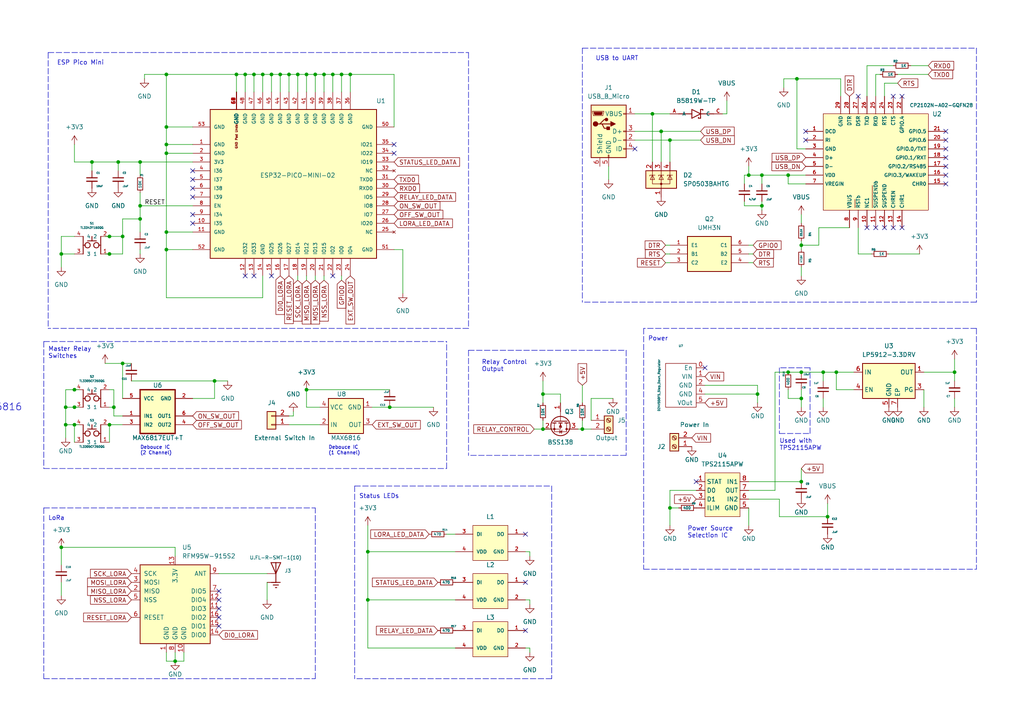
<source format=kicad_sch>
(kicad_sch (version 20211123) (generator eeschema)
  (paper "A4")
  (title_block (title "Kill Switch - Remote") (date "2023-01-18") (rev "1.0") (company "Created by: Greg Hulette") (comment 1 "- LoRa to WiFi Bridge") (comment 2 "- Buttons for Master Relay") (comment 3 "- Creates WiFi Network"))
  (junction (at 220.98 59.69))
  (junction (at 113.03 118.11))
  (junction (at 76.2 21.59))
  (junction (at 168.91 124.46))
  (junction (at 33.02 118.11))
  (junction (at 232.41 139.7))
  (junction (at 19.05 123.19))
  (junction (at 88.9 21.59))
  (junction (at 157.48 114.3))
  (junction (at 232.41 115.57))
  (junction (at 240.03 149.86))
  (junction (at 48.26 21.59))
  (junction (at 21.59 123.19))
  (junction (at 99.06 21.59))
  (junction (at 21.59 113.03))
  (junction (at 228.6 107.95))
  (junction (at 232.41 71.12))
  (junction (at 228.6 50.8))
  (junction (at 48.26 44.45))
  (junction (at 19.05 118.11))
  (junction (at 88.9 113.03))
  (junction (at 34.29 46.99))
  (junction (at 62.23 110.49))
  (junction (at 93.98 21.59))
  (junction (at 17.78 73.66))
  (junction (at 83.82 21.59))
  (junction (at 48.26 72.39))
  (junction (at 48.26 41.91))
  (junction (at 68.58 21.59))
  (junction (at 231.14 22.86))
  (junction (at 17.78 158.75))
  (junction (at 189.23 33.02))
  (junction (at 71.12 21.59))
  (junction (at 101.6 21.59))
  (junction (at 78.74 21.59))
  (junction (at 48.26 67.31))
  (junction (at 40.64 46.99))
  (junction (at 35.56 68.58))
  (junction (at 31.75 123.19))
  (junction (at 40.64 59.69))
  (junction (at 194.31 40.64))
  (junction (at 86.36 21.59))
  (junction (at 106.68 173.99))
  (junction (at 217.17 50.8))
  (junction (at 35.56 105.41))
  (junction (at 238.76 107.95))
  (junction (at 40.64 63.5))
  (junction (at 73.66 21.59))
  (junction (at 106.68 160.02))
  (junction (at 220.98 50.8))
  (junction (at 242.57 107.95))
  (junction (at 91.44 21.59))
  (junction (at 50.8 191.77))
  (junction (at 191.77 38.1))
  (junction (at 276.86 107.95))
  (junction (at 157.48 124.46))
  (junction (at 81.28 21.59))
  (junction (at 31.75 73.66))
  (junction (at 26.67 46.99))
  (junction (at 48.26 36.83))
  (junction (at 31.75 68.58))
  (junction (at 194.31 147.32))
  (junction (at 21.59 118.11))
  (junction (at 232.41 107.95))
  (junction (at 96.52 21.59))
  (junction (at 219.71 114.3))
  (no_connect (at 259.08 27.94))
  (no_connect (at 204.47 106.68))
  (no_connect (at 152.4 168.91))
  (no_connect (at 63.5 173.99))
  (no_connect (at 63.5 171.45))
  (no_connect (at 63.5 176.53))
  (no_connect (at 63.5 181.61))
  (no_connect (at 63.5 179.07))
  (no_connect (at 201.93 139.7))
  (no_connect (at 55.88 57.15))
  (no_connect (at 55.88 62.23))
  (no_connect (at 55.88 49.53))
  (no_connect (at 55.88 52.07))
  (no_connect (at 55.88 54.61))
  (no_connect (at 71.12 80.01))
  (no_connect (at 55.88 64.77))
  (no_connect (at 114.3 41.91))
  (no_connect (at 96.52 80.01))
  (no_connect (at 73.66 80.01))
  (no_connect (at 78.74 80.01))
  (no_connect (at 114.3 44.45))
  (no_connect (at 152.4 154.94))
  (no_connect (at 152.4 182.88))
  (no_connect (at 248.92 27.94))
  (no_connect (at 233.68 38.1))
  (no_connect (at 233.68 40.64))
  (no_connect (at 261.62 27.94))
  (no_connect (at 256.54 66.04))
  (no_connect (at 254 66.04))
  (no_connect (at 251.46 66.04))
  (no_connect (at 274.32 53.34))
  (no_connect (at 274.32 38.1))
  (no_connect (at 274.32 40.64))
  (no_connect (at 274.32 43.18))
  (no_connect (at 274.32 45.72))
  (no_connect (at 274.32 48.26))
  (no_connect (at 274.32 50.8))
  (no_connect (at 261.62 66.04))
  (no_connect (at 259.08 66.04))
  (no_connect (at 184.15 43.18))
  (polyline (pts (xy 135.89 15.24) (xy 135.89 95.25)))
  (wire (pts (xy 19.05 123.19) (xy 21.59 123.19)))
  (polyline (pts (xy 102.87 140.97) (xy 160.02 140.97)))
  (polyline (pts (xy 226.06 106.68) (xy 226.06 125.73)))
  (wire (pts (xy 62.23 110.49) (xy 62.23 115.57)))
  (wire (pts (xy 193.04 76.2) (xy 194.31 76.2)))
  (wire (pts (xy 228.6 115.57) (xy 232.41 115.57)))
  (wire (pts (xy 19.05 113.03) (xy 19.05 118.11)))
  (wire (pts (xy 157.48 114.3) (xy 157.48 116.84)))
  (wire (pts (xy 238.76 107.95) (xy 242.57 107.95)))
  (wire (pts (xy 35.56 105.41) (xy 35.56 115.57)))
  (wire (pts (xy 40.64 46.99) (xy 34.29 46.99)))
  (wire (pts (xy 38.1 110.49) (xy 62.23 110.49)))
  (wire (pts (xy 55.88 72.39) (xy 48.26 72.39)))
  (wire (pts (xy 215.9 58.42) (xy 215.9 59.69)))
  (wire (pts (xy 106.68 187.96) (xy 132.08 187.96)))
  (wire (pts (xy 204.47 114.3) (xy 219.71 114.3)))
  (wire (pts (xy 254 27.94) (xy 254 21.59)))
  (wire (pts (xy 232.41 135.89) (xy 232.41 139.7)))
  (wire (pts (xy 256.54 27.94) (xy 256.54 24.13)))
  (wire (pts (xy 33.02 120.65) (xy 35.56 120.65)))
  (wire (pts (xy 224.79 107.95) (xy 228.6 107.95)))
  (polyline (pts (xy 12.7 196.85) (xy 91.44 196.85)))
  (wire (pts (xy 217.17 152.4) (xy 217.17 147.32)))
  (wire (pts (xy 48.26 67.31) (xy 55.88 67.31)))
  (wire (pts (xy 71.12 21.59) (xy 71.12 26.67)))
  (polyline (pts (xy 135.89 101.6) (xy 135.89 132.08)))
  (polyline (pts (xy 12.7 99.06) (xy 129.54 99.06)))
  (polyline (pts (xy 168.91 13.97) (xy 283.21 13.97)))
  (wire (pts (xy 17.78 168.91) (xy 17.78 172.72)))
  (wire (pts (xy 220.98 53.34) (xy 220.98 50.8)))
  (wire (pts (xy 93.98 21.59) (xy 96.52 21.59)))
  (wire (pts (xy 17.78 68.58) (xy 17.78 73.66)))
  (wire (pts (xy 113.03 118.11) (xy 125.73 118.11)))
  (wire (pts (xy 88.9 113.03) (xy 113.03 113.03)))
  (wire (pts (xy 218.44 73.66) (xy 217.17 73.66)))
  (wire (pts (xy 40.64 59.69) (xy 40.64 63.5)))
  (wire (pts (xy 232.41 77.47) (xy 232.41 80.01)))
  (wire (pts (xy 55.88 115.57) (xy 62.23 115.57)))
  (wire (pts (xy 237.49 66.04) (xy 237.49 71.12)))
  (wire (pts (xy 209.55 33.02) (xy 210.82 33.02)))
  (wire (pts (xy 48.26 72.39) (xy 48.26 67.31)))
  (wire (pts (xy 48.26 44.45) (xy 48.26 41.91)))
  (wire (pts (xy 86.36 21.59) (xy 86.36 26.67)))
  (wire (pts (xy 48.26 21.59) (xy 48.26 36.83)))
  (wire (pts (xy 53.34 189.23) (xy 53.34 191.77)))
  (wire (pts (xy 240.03 146.05) (xy 240.03 149.86)))
  (wire (pts (xy 194.31 147.32) (xy 194.31 152.4)))
  (wire (pts (xy 194.31 73.66) (xy 193.04 73.66)))
  (wire (pts (xy 189.23 33.02) (xy 189.23 46.99)))
  (polyline (pts (xy 283.21 95.25) (xy 283.21 165.1)))
  (wire (pts (xy 91.44 21.59) (xy 91.44 26.67)))
  (polyline (pts (xy 12.7 135.89) (xy 129.54 135.89)))
  (wire (pts (xy 88.9 21.59) (xy 91.44 21.59)))
  (wire (pts (xy 40.64 46.99) (xy 40.64 50.8)))
  (wire (pts (xy 106.68 173.99) (xy 106.68 187.96)))
  (polyline (pts (xy 283.21 87.63) (xy 168.91 87.63)))
  (wire (pts (xy 217.17 142.24) (xy 224.79 142.24)))
  (wire (pts (xy 48.26 41.91) (xy 55.88 41.91)))
  (wire (pts (xy 35.56 63.5) (xy 35.56 68.58)))
  (polyline (pts (xy 135.89 95.25) (xy 13.97 95.25)))
  (polyline (pts (xy 135.89 101.6) (xy 181.61 101.6)))
  (wire (pts (xy 228.6 50.8) (xy 220.98 50.8)))
  (wire (pts (xy 85.09 120.65) (xy 83.82 120.65)))
  (wire (pts (xy 168.91 124.46) (xy 171.45 124.46)))
  (wire (pts (xy 21.59 41.91) (xy 21.59 46.99)))
  (wire (pts (xy 201.93 142.24) (xy 194.31 142.24)))
  (wire (pts (xy 153.67 161.29) (xy 153.67 160.02)))
  (wire (pts (xy 215.9 59.69) (xy 220.98 59.69)))
  (wire (pts (xy 30.48 73.66) (xy 31.75 73.66)))
  (polyline (pts (xy 91.44 196.85) (xy 91.44 147.32)))
  (wire (pts (xy 276.86 118.11) (xy 276.86 115.57)))
  (polyline (pts (xy 186.69 95.25) (xy 186.69 165.1)))
  (wire (pts (xy 264.16 19.05) (xy 269.24 19.05)))
  (wire (pts (xy 220.98 58.42) (xy 220.98 59.69)))
  (polyline (pts (xy 12.7 147.32) (xy 91.44 147.32)))
  (wire (pts (xy 232.41 71.12) (xy 232.41 72.39)))
  (wire (pts (xy 55.88 46.99) (xy 40.64 46.99)))
  (wire (pts (xy 86.36 21.59) (xy 88.9 21.59)))
  (wire (pts (xy 26.67 46.99) (xy 21.59 46.99)))
  (wire (pts (xy 162.56 116.84) (xy 162.56 114.3)))
  (wire (pts (xy 62.23 110.49) (xy 66.04 110.49)))
  (wire (pts (xy 17.78 73.66) (xy 21.59 73.66)))
  (wire (pts (xy 73.66 21.59) (xy 76.2 21.59)))
  (wire (pts (xy 153.67 173.99) (xy 152.4 173.99)))
  (polyline (pts (xy 168.91 13.97) (xy 168.91 87.63)))
  (wire (pts (xy 91.44 81.28) (xy 91.44 80.01)))
  (wire (pts (xy 83.82 21.59) (xy 86.36 21.59)))
  (wire (pts (xy 48.26 21.59) (xy 68.58 21.59)))
  (wire (pts (xy 176.53 48.26) (xy 176.53 52.07)))
  (wire (pts (xy 107.95 118.11) (xy 113.03 118.11)))
  (wire (pts (xy 132.08 160.02) (xy 106.68 160.02)))
  (wire (pts (xy 92.71 118.11) (xy 88.9 118.11)))
  (wire (pts (xy 71.12 21.59) (xy 73.66 21.59)))
  (wire (pts (xy 132.08 154.94) (xy 129.54 154.94)))
  (wire (pts (xy 77.47 168.91) (xy 77.47 173.99)))
  (wire (pts (xy 40.64 72.39) (xy 40.64 73.66)))
  (wire (pts (xy 233.68 50.8) (xy 228.6 50.8)))
  (wire (pts (xy 53.34 191.77) (xy 50.8 191.77)))
  (wire (pts (xy 247.65 113.03) (xy 242.57 113.03)))
  (wire (pts (xy 220.98 59.69) (xy 220.98 60.96)))
  (polyline (pts (xy 12.7 147.32) (xy 12.7 196.85)))
  (wire (pts (xy 17.78 158.75) (xy 17.78 163.83)))
  (wire (pts (xy 88.9 81.28) (xy 88.9 80.01)))
  (wire (pts (xy 184.15 40.64) (xy 194.31 40.64)))
  (wire (pts (xy 227.33 22.86) (xy 227.33 25.4)))
  (wire (pts (xy 40.64 55.88) (xy 40.64 59.69)))
  (wire (pts (xy 219.71 114.3) (xy 219.71 116.84)))
  (wire (pts (xy 83.82 123.19) (xy 92.71 123.19)))
  (polyline (pts (xy 181.61 132.08) (xy 135.89 132.08)))
  (wire (pts (xy 50.8 189.23) (xy 50.8 191.77)))
  (wire (pts (xy 81.28 21.59) (xy 83.82 21.59)))
  (wire (pts (xy 238.76 110.49) (xy 238.76 107.95)))
  (wire (pts (xy 22.86 113.03) (xy 21.59 113.03)))
  (wire (pts (xy 194.31 147.32) (xy 196.85 147.32)))
  (wire (pts (xy 48.26 189.23) (xy 48.26 191.77)))
  (wire (pts (xy 237.49 71.12) (xy 232.41 71.12)))
  (wire (pts (xy 267.97 107.95) (xy 276.86 107.95)))
  (wire (pts (xy 101.6 26.67) (xy 101.6 21.59)))
  (wire (pts (xy 76.2 80.01) (xy 76.2 86.36)))
  (wire (pts (xy 31.75 118.11) (xy 33.02 118.11)))
  (wire (pts (xy 194.31 40.64) (xy 194.31 46.99)))
  (wire (pts (xy 48.26 191.77) (xy 50.8 191.77)))
  (wire (pts (xy 17.78 73.66) (xy 17.78 77.47)))
  (wire (pts (xy 31.75 113.03) (xy 33.02 113.03)))
  (wire (pts (xy 210.82 29.21) (xy 210.82 33.02)))
  (wire (pts (xy 167.64 124.46) (xy 168.91 124.46)))
  (wire (pts (xy 76.2 26.67) (xy 76.2 21.59)))
  (wire (pts (xy 26.67 46.99) (xy 26.67 49.53)))
  (wire (pts (xy 217.17 76.2) (xy 218.44 76.2)))
  (wire (pts (xy 231.14 22.86) (xy 227.33 22.86)))
  (wire (pts (xy 219.71 111.76) (xy 219.71 114.3)))
  (wire (pts (xy 86.36 81.28) (xy 86.36 80.01)))
  (wire (pts (xy 157.48 124.46) (xy 160.02 124.46)))
  (wire (pts (xy 96.52 21.59) (xy 96.52 26.67)))
  (wire (pts (xy 226.06 144.78) (xy 226.06 149.86)))
  (wire (pts (xy 106.68 173.99) (xy 132.08 173.99)))
  (wire (pts (xy 168.91 121.92) (xy 168.91 124.46)))
  (wire (pts (xy 194.31 142.24) (xy 194.31 147.32)))
  (wire (pts (xy 68.58 21.59) (xy 68.58 26.67)))
  (wire (pts (xy 35.56 105.41) (xy 38.1 105.41)))
  (wire (pts (xy 153.67 187.96) (xy 152.4 187.96)))
  (wire (pts (xy 106.68 152.4) (xy 106.68 160.02)))
  (wire (pts (xy 232.41 107.95) (xy 238.76 107.95)))
  (wire (pts (xy 228.6 107.95) (xy 232.41 107.95)))
  (wire (pts (xy 21.59 123.19) (xy 22.86 123.19)))
  (wire (pts (xy 31.75 123.19) (xy 31.75 128.27)))
  (wire (pts (xy 41.91 21.59) (xy 48.26 21.59)))
  (wire (pts (xy 22.86 118.11) (xy 21.59 118.11)))
  (polyline (pts (xy 226.06 125.73) (xy 234.95 125.73)))
  (wire (pts (xy 242.57 107.95) (xy 247.65 107.95)))
  (wire (pts (xy 233.68 53.34) (xy 228.6 53.34)))
  (wire (pts (xy 224.79 107.95) (xy 224.79 142.24)))
  (wire (pts (xy 48.26 86.36) (xy 48.26 72.39)))
  (wire (pts (xy 33.02 118.11) (xy 33.02 120.65)))
  (wire (pts (xy 276.86 104.14) (xy 276.86 107.95)))
  (wire (pts (xy 34.29 46.99) (xy 34.29 49.53)))
  (wire (pts (xy 19.05 123.19) (xy 19.05 127)))
  (polyline (pts (xy 160.02 140.97) (xy 160.02 196.85)))
  (polyline (pts (xy 181.61 101.6) (xy 181.61 132.08)))
  (wire (pts (xy 184.15 33.02) (xy 189.23 33.02)))
  (wire (pts (xy 232.41 139.7) (xy 217.17 139.7)))
  (wire (pts (xy 99.06 21.59) (xy 101.6 21.59)))
  (wire (pts (xy 114.3 21.59) (xy 101.6 21.59)))
  (wire (pts (xy 78.74 21.59) (xy 78.74 26.67)))
  (wire (pts (xy 35.56 63.5) (xy 40.64 63.5)))
  (polyline (pts (xy 102.87 140.97) (xy 102.87 196.85)))
  (wire (pts (xy 21.59 123.19) (xy 21.59 128.27)))
  (wire (pts (xy 96.52 21.59) (xy 99.06 21.59)))
  (wire (pts (xy 226.06 149.86) (xy 240.03 149.86)))
  (wire (pts (xy 116.84 72.39) (xy 116.84 85.09)))
  (wire (pts (xy 191.77 38.1) (xy 191.77 46.99)))
  (wire (pts (xy 153.67 160.02) (xy 152.4 160.02)))
  (polyline (pts (xy 129.54 135.89) (xy 129.54 99.06)))
  (wire (pts (xy 233.68 43.18) (xy 231.14 43.18)))
  (wire (pts (xy 31.75 123.19) (xy 35.56 123.19)))
  (polyline (pts (xy 186.69 165.1) (xy 283.21 165.1)))
  (wire (pts (xy 153.67 175.26) (xy 153.67 173.99)))
  (wire (pts (xy 162.56 114.3) (xy 157.48 114.3)))
  (wire (pts (xy 81.28 21.59) (xy 81.28 26.67)))
  (wire (pts (xy 248.92 73.66) (xy 252.73 73.66)))
  (wire (pts (xy 35.56 68.58) (xy 35.56 73.66)))
  (wire (pts (xy 41.91 21.59) (xy 41.91 22.86)))
  (wire (pts (xy 251.46 27.94) (xy 251.46 19.05)))
  (wire (pts (xy 88.9 21.59) (xy 88.9 26.67)))
  (wire (pts (xy 88.9 113.03) (xy 88.9 118.11)))
  (wire (pts (xy 232.41 62.23) (xy 232.41 64.77)))
  (wire (pts (xy 254 21.59) (xy 255.27 21.59)))
  (wire (pts (xy 232.41 113.03) (xy 232.41 115.57)))
  (wire (pts (xy 30.48 105.41) (xy 35.56 105.41)))
  (wire (pts (xy 93.98 21.59) (xy 93.98 26.67)))
  (wire (pts (xy 157.48 110.49) (xy 157.48 114.3)))
  (wire (pts (xy 31.75 68.58) (xy 35.56 68.58)))
  (wire (pts (xy 50.8 161.29) (xy 50.8 158.75)))
  (wire (pts (xy 248.92 66.04) (xy 248.92 73.66)))
  (wire (pts (xy 93.98 81.28) (xy 93.98 80.01)))
  (wire (pts (xy 153.67 189.23) (xy 153.67 187.96)))
  (wire (pts (xy 50.8 158.75) (xy 17.78 158.75)))
  (wire (pts (xy 217.17 48.26) (xy 217.17 50.8)))
  (wire (pts (xy 83.82 21.59) (xy 83.82 26.67)))
  (wire (pts (xy 40.64 59.69) (xy 55.88 59.69)))
  (wire (pts (xy 63.5 166.37) (xy 77.47 166.37)))
  (wire (pts (xy 106.68 160.02) (xy 106.68 173.99)))
  (wire (pts (xy 30.48 68.58) (xy 31.75 68.58)))
  (wire (pts (xy 17.78 68.58) (xy 21.59 68.58)))
  (polyline (pts (xy 283.21 13.97) (xy 283.21 87.63)))
  (wire (pts (xy 243.84 27.94) (xy 243.84 22.86)))
  (wire (pts (xy 232.41 69.85) (xy 232.41 71.12)))
  (wire (pts (xy 215.9 50.8) (xy 217.17 50.8)))
  (wire (pts (xy 48.26 44.45) (xy 55.88 44.45)))
  (polyline (pts (xy 12.7 99.06) (xy 12.7 135.89)))
  (wire (pts (xy 168.91 111.76) (xy 168.91 116.84)))
  (wire (pts (xy 91.44 21.59) (xy 93.98 21.59)))
  (wire (pts (xy 19.05 113.03) (xy 21.59 113.03)))
  (wire (pts (xy 217.17 50.8) (xy 220.98 50.8)))
  (wire (pts (xy 73.66 21.59) (xy 73.66 26.67)))
  (wire (pts (xy 114.3 36.83) (xy 114.3 21.59)))
  (wire (pts (xy 171.45 121.92) (xy 171.45 115.57)))
  (polyline (pts (xy 234.95 106.68) (xy 226.06 106.68)))
  (wire (pts (xy 257.81 73.66) (xy 266.7 73.66)))
  (wire (pts (xy 232.41 115.57) (xy 232.41 118.11)))
  (wire (pts (xy 217.17 144.78) (xy 226.06 144.78)))
  (polyline (pts (xy 283.21 95.25) (xy 186.69 95.25)))
  (wire (pts (xy 40.64 63.5) (xy 40.64 67.31)))
  (wire (pts (xy 55.88 36.83) (xy 48.26 36.83)))
  (wire (pts (xy 189.23 33.02) (xy 194.31 33.02)))
  (wire (pts (xy 154.94 124.46) (xy 157.48 124.46)))
  (wire (pts (xy 184.15 38.1) (xy 191.77 38.1)))
  (wire (pts (xy 85.09 119.38) (xy 85.09 120.65)))
  (wire (pts (xy 78.74 21.59) (xy 81.28 21.59)))
  (wire (pts (xy 48.26 36.83) (xy 48.26 41.91)))
  (polyline (pts (xy 160.02 196.85) (xy 102.87 196.85)))
  (wire (pts (xy 215.9 53.34) (xy 215.9 50.8)))
  (wire (pts (xy 19.05 118.11) (xy 19.05 123.19)))
  (wire (pts (xy 34.29 46.99) (xy 26.67 46.99)))
  (wire (pts (xy 157.48 121.92) (xy 157.48 124.46)))
  (wire (pts (xy 260.35 21.59) (xy 269.24 21.59)))
  (wire (pts (xy 191.77 38.1) (xy 203.2 38.1)))
  (wire (pts (xy 48.26 67.31) (xy 48.26 44.45)))
  (wire (pts (xy 231.14 43.18) (xy 231.14 22.86)))
  (polyline (pts (xy 234.95 125.73) (xy 234.95 106.68)))
  (wire (pts (xy 76.2 21.59) (xy 78.74 21.59)))
  (wire (pts (xy 76.2 86.36) (xy 48.26 86.36)))
  (wire (pts (xy 276.86 110.49) (xy 276.86 107.95)))
  (wire (pts (xy 256.54 24.13) (xy 260.35 24.13)))
  (wire (pts (xy 217.17 71.12) (xy 218.44 71.12)))
  (wire (pts (xy 242.57 113.03) (xy 242.57 107.95)))
  (wire (pts (xy 193.04 71.12) (xy 194.31 71.12)))
  (polyline (pts (xy 13.97 15.24) (xy 135.89 15.24)))
  (wire (pts (xy 228.6 53.34) (xy 228.6 50.8)))
  (wire (pts (xy 237.49 66.04) (xy 246.38 66.04)))
  (wire (pts (xy 204.47 111.76) (xy 219.71 111.76)))
  (wire (pts (xy 33.02 113.03) (xy 33.02 118.11)))
  (wire (pts (xy 238.76 115.57) (xy 238.76 118.11)))
  (wire (pts (xy 31.75 73.66) (xy 35.56 73.66)))
  (wire (pts (xy 251.46 19.05) (xy 259.08 19.05)))
  (wire (pts (xy 68.58 21.59) (xy 71.12 21.59)))
  (wire (pts (xy 243.84 22.86) (xy 231.14 22.86)))
  (wire (pts (xy 194.31 40.64) (xy 203.2 40.64)))
  (wire (pts (xy 267.97 118.11) (xy 267.97 113.03)))
  (wire (pts (xy 99.06 80.01) (xy 99.06 81.28)))
  (wire (pts (xy 99.06 21.59) (xy 99.06 26.67)))
  (wire (pts (xy 171.45 115.57) (xy 177.8 115.57)))
  (wire (pts (xy 114.3 72.39) (xy 116.84 72.39)))
  (wire (pts (xy 19.05 118.11) (xy 21.59 118.11)))
  (polyline (pts (xy 13.97 15.24) (xy 13.97 95.25)))
  (wire (pts (xy 228.6 113.03) (xy 228.6 115.57)))
  (text "Power" (at 187.96 99.06 0) (effects (font (size 1.27 1.27)) (justify left bottom)))
  (text "Update:\nPart Numbers for MAX6817 and MAX6816\n" (at -57.15 119.38 0) (effects (font (size 2 2)) (justify left bottom)))
  (text "Debouce IC \n(1 Channel)\n" (at 95.25 132.08 0) (effects (font (size 1 1)) (justify left bottom)))
  (text "Debouce IC \n(2 Channel)\n" (at 40.64 132.08 0) (effects (font (size 1 1)) (justify left bottom)))
  (text "ESP Pico Mini" (at 16.51 19.05 0) (effects (font (size 1.27 1.27)) (justify left bottom)))
  (text "Relay Control\nOutput" (at 139.7 107.95 0) (effects (font (size 1.27 1.27)) (justify left bottom)))
  (text "Master Relay \nSwitches" (at 13.97 104.14 0) (effects (font (size 1.27 1.27)) (justify left bottom)))
  (text "LoRa" (at 13.97 151.13 0) (effects (font (size 1.27 1.27)) (justify left bottom)))
  (text "Power Source \nSelection IC" (at 199.39 156.21 0) (effects (font (size 1.27 1.27)) (justify left bottom)))
  (text "Status LEDs" (at 104.14 144.78 0) (effects (font (size 1.27 1.27)) (justify left bottom)))
  (text "Used with \nTPS2115APW" (at 226.06 130.81 0) (effects (font (size 1.27 1.27)) (justify left bottom)))
  (text "USB to UART" (at 172.72 17.78 0) (effects (font (size 1.27 1.27)) (justify left bottom)))
  (label "RESET" (at 41.91 59.69 0))
  (global_label "+5V" (shape input) (at 201.93 144.78 180) (property "Intersheet References" "${INTERSHEET_REFS}" (effects hide)))
  (global_label "SCK_LORA" (shape input) (at 38.1 166.37 180) (property "Intersheet References" "${INTERSHEET_REFS}" (effects hide)))
  (global_label "EXT_SW_OUT" (shape input) (at 101.6 80.01 270) (property "Intersheet References" "${INTERSHEET_REFS}" (effects hide)))
  (global_label "TXD0" (shape input) (at 114.3 52.07 0) (property "Intersheet References" "${INTERSHEET_REFS}" (effects hide)))
  (global_label "+5V" (shape input) (at 168.91 111.76 90) (property "Intersheet References" "${INTERSHEET_REFS}" (effects hide)))
  (global_label "TXD0" (shape input) (at 269.24 21.59 0) (property "Intersheet References" "${INTERSHEET_REFS}" (effects hide)))
  (global_label "DI0_LORA" (shape input) (at 81.28 80.01 270) (property "Intersheet References" "${INTERSHEET_REFS}" (effects hide)))
  (global_label "+5V" (shape input) (at 232.41 135.89 0) (property "Intersheet References" "${INTERSHEET_REFS}" (effects hide)))
  (global_label "GPIO0" (shape input) (at 218.44 71.12 0) (property "Intersheet References" "${INTERSHEET_REFS}" (effects hide)))
  (global_label "EXT_SW_OUT" (shape input) (at 107.95 123.19 0) (property "Intersheet References" "${INTERSHEET_REFS}" (effects hide)))
  (global_label "MOSI_LORA" (shape input) (at 38.1 168.91 180) (property "Intersheet References" "${INTERSHEET_REFS}" (effects hide)))
  (global_label "NSS_LORA" (shape input) (at 38.1 173.99 180) (property "Intersheet References" "${INTERSHEET_REFS}" (effects hide)))
  (global_label "OFF_SW_OUT" (shape input) (at 114.3 62.23 0) (property "Intersheet References" "${INTERSHEET_REFS}" (effects hide)))
  (global_label "LORA_LED_DATA" (shape input) (at 114.3 64.77 0) (property "Intersheet References" "${INTERSHEET_REFS}" (effects hide)))
  (global_label "VIN" (shape input) (at 204.47 109.22 0) (property "Intersheet References" "${INTERSHEET_REFS}" (effects hide)))
  (global_label "RELAY_LED_DATA" (shape input) (at 114.3 57.15 0) (property "Intersheet References" "${INTERSHEET_REFS}" (effects hide)))
  (global_label "MISO_LORA" (shape input) (at 38.1 171.45 180) (property "Intersheet References" "${INTERSHEET_REFS}" (effects hide)))
  (global_label "RTS" (shape input) (at 218.44 76.2 0) (property "Intersheet References" "${INTERSHEET_REFS}" (effects hide)))
  (global_label "DTR" (shape input) (at 193.04 71.12 180) (property "Intersheet References" "${INTERSHEET_REFS}" (effects hide)))
  (global_label "GPIO0" (shape input) (at 99.06 81.28 270) (property "Intersheet References" "${INTERSHEET_REFS}" (effects hide)))
  (global_label "USB_DP" (shape input) (at 203.2 38.1 0) (property "Intersheet References" "${INTERSHEET_REFS}" (effects hide)))
  (global_label "OFF_SW_OUT" (shape input) (at 55.88 123.19 0) (property "Intersheet References" "${INTERSHEET_REFS}" (effects hide)))
  (global_label "USB_DN" (shape input) (at 233.68 48.26 180) (property "Intersheet References" "${INTERSHEET_REFS}" (effects hide)))
  (global_label "RESET_LORA" (shape input) (at 38.1 179.07 180) (property "Intersheet References" "${INTERSHEET_REFS}" (effects hide)))
  (global_label "USB_DN" (shape input) (at 203.2 40.64 0) (property "Intersheet References" "${INTERSHEET_REFS}" (effects hide)))
  (global_label "STATUS_LED_DATA" (shape input) (at 127 168.91 180) (property "Intersheet References" "${INTERSHEET_REFS}" (effects hide)))
  (global_label "VIN" (shape input) (at 200.66 127 0) (property "Intersheet References" "${INTERSHEET_REFS}" (effects hide)))
  (global_label "MISO_LORA" (shape input) (at 88.9 81.28 270) (property "Intersheet References" "${INTERSHEET_REFS}" (effects hide)))
  (global_label "LORA_LED_DATA" (shape input) (at 124.46 154.94 180) (property "Intersheet References" "${INTERSHEET_REFS}" (effects hide)))
  (global_label "RTS" (shape input) (at 193.04 73.66 180) (property "Intersheet References" "${INTERSHEET_REFS}" (effects hide)))
  (global_label "RXD0" (shape input) (at 114.3 54.61 0) (property "Intersheet References" "${INTERSHEET_REFS}" (effects hide)))
  (global_label "DTR" (shape input) (at 218.44 73.66 0) (property "Intersheet References" "${INTERSHEET_REFS}" (effects hide)))
  (global_label "RESET_LORA" (shape input) (at 83.82 80.01 270) (property "Intersheet References" "${INTERSHEET_REFS}" (effects hide)))
  (global_label "STATUS_LED_DATA" (shape input) (at 114.3 46.99 0) (property "Intersheet References" "${INTERSHEET_REFS}" (effects hide)))
  (global_label "ON_SW_OUT" (shape input) (at 55.88 120.65 0) (property "Intersheet References" "${INTERSHEET_REFS}" (effects hide)))
  (global_label "RELAY_LED_DATA" (shape input) (at 127 182.88 180) (property "Intersheet References" "${INTERSHEET_REFS}" (effects hide)))
  (global_label "ON_SW_OUT" (shape input) (at 114.3 59.69 0) (property "Intersheet References" "${INTERSHEET_REFS}" (effects hide)))
  (global_label "RESET" (shape input) (at 193.04 76.2 180) (property "Intersheet References" "${INTERSHEET_REFS}" (effects hide)))
  (global_label "+5V" (shape input) (at 204.47 116.84 0) (property "Intersheet References" "${INTERSHEET_REFS}" (effects hide)))
  (global_label "RXD0" (shape input) (at 269.24 19.05 0) (property "Intersheet References" "${INTERSHEET_REFS}" (effects hide)))
  (global_label "RTS" (shape input) (at 260.35 24.13 0) (property "Intersheet References" "${INTERSHEET_REFS}" (effects hide)))
  (global_label "SCK_LORA" (shape input) (at 86.36 81.28 270) (property "Intersheet References" "${INTERSHEET_REFS}" (effects hide)))
  (global_label "DTR" (shape input) (at 246.38 27.94 90) (property "Intersheet References" "${INTERSHEET_REFS}" (effects hide)))
  (global_label "USB_DP" (shape input) (at 233.68 45.72 180) (property "Intersheet References" "${INTERSHEET_REFS}" (effects hide)))
  (global_label "NSS_LORA" (shape input) (at 93.98 81.28 270) (property "Intersheet References" "${INTERSHEET_REFS}" (effects hide)))
  (global_label "MOSI_LORA" (shape input) (at 91.44 81.28 270) (property "Intersheet References" "${INTERSHEET_REFS}" (effects hide)))
  (global_label "DI0_LORA" (shape input) (at 63.5 184.15 0) (property "Intersheet References" "${INTERSHEET_REFS}" (effects hide)))
  (global_label "RELAY_CONTROL" (shape input) (at 154.94 124.46 180) (property "Intersheet References" "${INTERSHEET_REFS}" (effects hide)))
  (symbol (lib_id "power:GND") (at 41.91 22.86 0) (unit 1)
    (property "Reference" "#PWR0136" (effects hide))
    (property "Value" "GND" (at 41.91 27.94 0))
  )
  (symbol (lib_id "power:GND") (at 217.17 152.4 0) (unit 1)
    (property "Reference" "#PWR0110" (effects hide))
    (property "Value" "GND" (at 217.17 156.21 0))
  )
  (symbol (lib_id "Custom:TL3342F160QG") (at 26.67 125.73 0) (unit 1)
    (property "Reference" "S3" (at 26.67 121.92 0) (effects (font (size 0.6 0.6))))
    (property "Value" "TL3305CF260QG" (at 26.67 129.54 0) (effects (font (size 0.6 0.6))))
    (property "Footprint" "Custom:TL3305CF260QG" (effects hide))
    (property "Datasheet" "https://sten-eswitch-13110800-production.s3.amazonaws.com/system/asset/product_line/data_sheet/213/TL3305.pdf" (effects hide))
    (property "MANUFACTURER" "E SWITCH" (effects hide))
    (property "Manufacturers Name" "E-Switch" (effects hide))
    (property "Manufacturers Part Number" "TL3305CF260QG" (effects hide))
    (property "Digikey Part Number" "EG5355CT-ND" (effects hide))
    (property "Mouser Part Number" "612-TL3305CF260QG" (effects hide))
    (property "LCSC" "C2886904" (effects hide))
  )
  (symbol (lib_id "power:GND") (at 227.33 25.4 0) (unit 1)
    (property "Reference" "#PWR0108" (effects hide))
    (property "Value" "GND" (at 227.33 30.48 0))
  )
  (symbol (lib_id "LED:WS2812B-2020") (at 142.24 157.48 0) (unit 1)
    (property "Reference" "L1" (at 142.24 149.86 0))
    (property "Value" "WS2812B-2020" (effects hide))
    (property "Footprint" "Custom:WS2812B-2020" (effects hide))
    (property "Manufacturers Name" "Worldsemi/Adafruit" (effects hide))
    (property "Manufacturers Part Number" "WS2812B-2020/4684" (effects hide))
    (property "Digikey Part Number" "1528-4684-ND" (effects hide))
    (property "Mouser Part Number" "485-4684" (effects hide))
    (property "LCSC" "C965555" (effects hide))
  )
  (symbol (lib_id "Device:C_Small") (at 40.64 69.85 0) (unit 1)
    (property "Reference" "C3" (at 41.91 67.9513 0) (effects (font (size 0.5 0.5)) (justify left)))
    (property "Value" ".1uF" (at 41.91 71.7613 0) (effects (font (size 0.5 0.5)) (justify left)))
    (property "Footprint" "Capacitor_SMD:C_0603_1608Metric" (effects hide))
    (property "Datasheet" "https://www.we-online.com/katalog/datasheet/885012206020.pdf" (effects hide))
    (property "Manufacturers Name" "Würth Elektronik" (effects hide))
    (property "Manufacturers Part Number" "885012206020" (effects hide))
    (property "Digikey Part Number" "732-7939-1-ND" (effects hide))
    (property "Mouser Part Number" "710-885012206020 " (effects hide))
    (property "LCSC" "-----" (effects hide))
  )
  (symbol (lib_id "power:GND") (at 220.98 60.96 0) (unit 1)
    (property "Reference" "#PWR0105" (effects hide))
    (property "Value" "GND" (at 220.98 64.77 0))
  )
  (symbol (lib_id "Device:C_Small") (at 220.98 55.88 0) (unit 1)
    (property "Reference" "C5" (at 222.25 53.9813 0) (effects (font (size 0.5 0.5)) (justify left)))
    (property "Value" ".1uF" (at 222.25 57.7913 0) (effects (font (size 0.5 0.5)) (justify left)))
    (property "Footprint" "Capacitor_SMD:C_0603_1608Metric" (effects hide))
    (property "Datasheet" "https://www.we-online.com/katalog/datasheet/885012206020.pdf" (effects hide))
    (property "Manufacturers Name" "Würth Elektronik" (effects hide))
    (property "Manufacturers Part Number" "885012206020" (effects hide))
    (property "Digikey Part Number" "732-7939-1-ND" (effects hide))
    (property "Mouser Part Number" "710-885012206020 " (effects hide))
    (property "LCSC" "-----" (effects hide))
  )
  (symbol (lib_id "Device:R_Small") (at 129.54 182.88 270) (unit 1)
    (property "Reference" "R17" (at 130.8101 181.61 90) (effects (font (size 0.5 0.5)) (justify left)))
    (property "Value" "470" (at 128.2701 182.88 90) (effects (font (size 0.75 0.75)) (justify left)))
    (property "Footprint" "Resistor_SMD:R_0402_1005Metric" (effects hide))
    (property "Datasheet" "https://www.yageo.com/upload/media/product/productsearch/datasheet/rchip/PYu-RC_Group_51_RoHS_L_12.pdf" (effects hide))
    (property "Manufacturers Name" "YAGEO" (effects hide))
    (property "Manufacturers Part Number" "RC0402JR-13220RL" (effects hide))
    (property "Digikey Part Number" "13-RC0402JR-13220RLCT-ND" (effects hide))
    (property "Mouser Part Number" "603-RC0402JR-13220RL " (effects hide))
    (property "LCSC" "C3931306" (effects hide))
  )
  (symbol (lib_id "power:GND") (at 66.04 110.49 0) (unit 1)
    (property "Reference" "#PWR0127" (effects hide))
    (property "Value" "GND" (at 66.04 115.57 0))
  )
  (symbol (lib_id "power:GND") (at 177.8 115.57 0) (unit 1)
    (property "Reference" "#PWR0142" (effects hide))
    (property "Value" "GND" (at 177.8 119.38 0))
  )
  (symbol (lib_id "Regulator_Linear:LP5912-3.3DRV") (at 257.81 110.49 0) (unit 1)
    (property "Reference" "U3" (at 257.81 100.33 0))
    (property "Value" "LP5912-3.3DRV" (at 257.81 102.87 0))
    (property "Footprint" "Package_SON:WSON-6-1EP_2x2mm_P0.65mm_EP1x1.6mm_ThermalVias" (effects hide))
    (property "Datasheet" "http://www.ti.com/lit/ds/symlink/lp5912.pdf" (effects hide))
    (property "Manufacturers Name" "Texas Instruments" (effects hide))
    (property "Manufacturers Part Number" "LP5912Q3.3DRVTQ1" (effects hide))
    (property "Digikey Part Number" "296-48933-1-ND" (effects hide))
    (property "LCSC" "C2876187" (effects hide))
    (property "Mouser Part Number" "595-LP5912Q3.3DRVTQ1" (effects hide))
  )
  (symbol (lib_id "Device:R_Small") (at 129.54 168.91 270) (unit 1)
    (property "Reference" "R16" (at 130.8101 167.64 90) (effects (font (size 0.5 0.5)) (justify left)))
    (property "Value" "470" (at 128.2701 168.91 90) (effects (font (size 0.75 0.75)) (justify left)))
    (property "Footprint" "Resistor_SMD:R_0402_1005Metric" (effects hide))
    (property "Datasheet" "https://www.yageo.com/upload/media/product/productsearch/datasheet/rchip/PYu-RC_Group_51_RoHS_L_12.pdf" (effects hide))
    (property "Manufacturers Name" "YAGEO" (effects hide))
    (property "Manufacturers Part Number" "RC0402JR-13220RL" (effects hide))
    (property "Digikey Part Number" "13-RC0402JR-13220RLCT-ND" (effects hide))
    (property "Mouser Part Number" "603-RC0402JR-13220RL " (effects hide))
    (property "LCSC" "C3931306" (effects hide))
  )
  (symbol (lib_id "Device:C_Small") (at 240.03 152.4 0) (unit 1)
    (property "Reference" "C12" (at 241.3 150.5013 0) (effects (font (size 0.5 0.5)) (justify left)))
    (property "Value" ".1uF" (at 241.3 154.3113 0) (effects (font (size 0.5 0.5)) (justify left)))
    (property "Footprint" "Capacitor_SMD:C_0603_1608Metric" (effects hide))
    (property "Datasheet" "https://www.we-online.com/katalog/datasheet/885012206020.pdf" (effects hide))
    (property "Manufacturers Name" "Würth Elektronik" (effects hide))
    (property "Manufacturers Part Number" "885012206020" (effects hide))
    (property "Digikey Part Number" "732-7939-1-ND" (effects hide))
    (property "Mouser Part Number" "710-885012206020 " (effects hide))
    (property "LCSC" "-----" (effects hide))
  )
  (symbol (lib_id "power:+3.3V") (at 106.68 152.4 0) (unit 1)
    (property "Reference" "#PWR0130" (effects hide))
    (property "Value" "+3.3V" (at 106.68 147.32 0))
  )
  (symbol (lib_id "power:GND") (at 257.81 118.11 0) (unit 1)
    (property "Reference" "#PWR0121" (effects hide))
    (property "Value" "GND" (at 257.81 121.92 0))
  )
  (symbol (lib_id "power:GND") (at 153.67 175.26 0) (unit 1)
    (property "Reference" "#PWR0128" (effects hide))
    (property "Value" "GND" (at 153.67 180.34 0))
  )
  (symbol (lib_id "power:GND") (at 191.77 57.15 0) (unit 1)
    (property "Reference" "#PWR0103" (effects hide))
    (property "Value" "GND" (at 191.77 62.23 0))
  )
  (symbol (lib_id "Custom:CP2102N-A02-GQFN28") (at 254 45.72 0) (unit 1)
    (property "Reference" "U2" (at 271.78 33.0706 0))
    (property "Value" "CP2102N-A02-GQFN28" (at 273.05 30.5307 0) (effects (font (size 1.016 1.016))))
    (property "Footprint" "Package_DFN_QFN:QFN-28-1EP_5x5mm_P0.5mm_EP3.35x3.35mm" (effects hide))
    (property "Manufacturers Name" "Silicon Labs" (effects hide))
    (property "Manufacturers Part Number" "CP2102N-A02-GQFN28" (effects hide))
    (property "Digikey Part Number" "336-5889-ND" (effects hide))
    (property "Mouser Part Number" "634-CP2102NA02GQFN28 " (effects hide))
    (property "LCSC" "C1550553" (effects hide))
  )
  (symbol (lib_id "Device:R_Small") (at 232.41 74.93 0) (unit 1)
    (property "Reference" "R5" (at 234.95 76.1999 90) (effects (font (size 0.6 0.6)) (justify left)))
    (property "Value" "47.5K" (at 232.41 76.1999 90) (effects (font (size 0.5 0.5)) (justify left)))
    (property "Footprint" "Resistor_SMD:R_0402_1005Metric" (effects hide))
    (property "Datasheet" "https://www.yageo.com/upload/media/product/productsearch/datasheet/rchip/PYu-RC_Group_51_RoHS_L_12.pdf" (effects hide))
    (property "Manufacturers Name" "YAGEO" (effects hide))
    (property "Manufacturers Part Number" "RC0402FR-0747K5L" (effects hide))
    (property "Digikey Part Number" "311-47.5KLRCT-ND" (effects hide))
    (property "Mouser Part Number" "603-RC0402FR-0747K5L " (effects hide))
    (property "LCSC" "C137974" (effects hide))
  )
  (symbol (lib_id "power:+3.3V") (at 30.48 105.41 0) (unit 1)
    (property "Reference" "#PWR0132" (effects hide))
    (property "Value" "+3.3V" (at 30.48 100.33 0))
  )
  (symbol (lib_id "power:+3.3V") (at 88.9 113.03 0) (unit 1)
    (property "Reference" "#PWR0146" (effects hide))
    (property "Value" "+3.3V" (at 88.9 107.95 0))
  )
  (symbol (lib_id "power:GND") (at 50.8 191.77 0) (unit 1)
    (property "Reference" "#PWR0141" (effects hide))
    (property "Value" "GND" (at 50.8 195.58 0))
  )
  (symbol (lib_id "power:VBUS") (at 240.03 146.05 0) (unit 1)
    (property "Reference" "#PWR0118" (effects hide))
    (property "Value" "VBUS" (at 240.03 140.97 0))
  )
  (symbol (lib_id "Power_Protection:SP0503BAHT") (at 191.77 52.07 0) (unit 1)
    (property "Reference" "D2" (at 198.12 50.7999 0) (effects (justify left)))
    (property "Value" "SP0503BAHTG" (at 198.12 53.3399 0) (effects (justify left)))
    (property "Footprint" "Package_TO_SOT_SMD:SOT-143" (effects hide))
    (property "Datasheet" "http://www.littelfuse.com/~/media/files/littelfuse/technical%20resources/documents/data%20sheets/sp05xxba.pdf" (effects hide))
    (property "Manufacturers Name" "Littelfuse Inc." (effects hide))
    (property "Manufacturers Part Number" "SP0503BAHTG" (effects hide))
    (property "Digikey Part Number" "F2715CT-ND" (effects hide))
    (property "Mouser Part Number" "576-SP0503BAHTG " (effects hide))
    (property "LCSC" "C7074" (effects hide))
  )
  (symbol (lib_id "Custom:TPS2115APW") (at 209.55 142.24 0) (unit 1)
    (property "Reference" "U4" (at 209.55 132.08 0))
    (property "Value" "TPS2115APW" (at 209.55 134.62 0))
    (property "Footprint" "Package_SO:TSSOP-8_4.4x3mm_P0.65mm" (effects hide))
    (property "Datasheet" "https://www.ti.com/general/docs/suppproductinfo.tsp?distId=10&gotoUrl=https%3A%2F%2Fwww.ti.com%2Flit%2Fgpn%2Ftps2114a" (effects hide))
    (property "Manufacturers Name" "Texas Instruments" (effects hide))
    (property "Manufacturers Part Number" "TPS2115APW" (effects hide))
    (property "Digikey Part Number" "296-26918-5-ND" (effects hide))
    (property "Mouser Part Number" "595-TPS2115APW " (effects hide))
    (property "LCSC" "C70287" (effects hide))
  )
  (symbol (lib_id "power:GND") (at 232.41 80.01 0) (unit 1)
    (property "Reference" "#PWR0104" (effects hide))
    (property "Value" "GND" (at 232.41 85.09 0))
  )
  (symbol (lib_id "power:GND") (at 267.97 118.11 0) (unit 1)
    (property "Reference" "#PWR0119" (effects hide))
    (property "Value" "GND" (at 267.97 121.92 0))
  )
  (symbol (lib_id "Connector:Screw_Terminal_01x02") (at 176.53 121.92 0) (unit 1)
    (property "Reference" "J5" (at 179.07 121.9199 0) (effects (justify left)))
    (property "Value" "Output" (at 172.72 126.9999 0) (effects (justify left)))
    (property "Footprint" "TerminalBlock:TerminalBlock_bornier-2_P5.08mm" (effects hide))
    (property "Datasheet" "https://www.altechcorp.com/PDFS/PCBUS.PDF" (effects hide))
    (property "Manufacturers Name" "Altech Corporation" (effects hide))
    (property "Manufacturers Part Number" "34.102" (effects hide))
    (property "Digikey Part Number" "1920-1323-ND" (effects hide))
    (property "Mouser Part Number" "845-34.102" (effects hide))
    (property "LCSC" "-----" (effects hide))
  )
  (symbol (lib_id "power:GND") (at 260.35 118.11 0) (unit 1)
    (property "Reference" "#PWR0120" (effects hide))
    (property "Value" "GND" (at 260.35 121.92 0))
  )
  (symbol (lib_id "power:GND") (at 40.64 73.66 0) (unit 1)
    (property "Reference" "#PWR0138" (effects hide))
    (property "Value" "GND" (at 40.64 78.74 0))
  )
  (symbol (lib_id "power:+3.3V") (at 17.78 158.75 0) (unit 1)
    (property "Reference" "#PWR0123" (effects hide))
    (property "Value" "+3.3V" (at 17.78 153.67 0))
  )
  (symbol (lib_id "Device:C_Small") (at 26.67 52.07 0) (unit 1)
    (property "Reference" "C1" (at 27.94 50.1713 0) (effects (font (size 0.5 0.5)) (justify left)))
    (property "Value" "10uF" (at 27.94 53.9813 0) (effects (font (size 0.5 0.5)) (justify left)))
    (property "Footprint" "Capacitor_SMD:C_0805_2012Metric" (effects hide))
    (property "Datasheet" "https://www.we-online.com/katalog/datasheet/885012107014.pdf" (effects hide))
    (property "Manufacturers Name" "Würth Elektronik" (effects hide))
    (property "Manufacturers Part Number" "885012107014" (effects hide))
    (property "Digikey Part Number" "732-7624-1-ND" (effects hide))
    (property "Mouser Part Number" "710-885012107014" (effects hide))
    (property "LCSC" "-----" (effects hide))
  )
  (symbol (lib_id "Interface:MAX6816") (at 100.33 120.65 0) (unit 1)
    (property "Reference" "U8" (at 99.06 114.3 0))
    (property "Value" "MAX6816" (at 100.33 127 0))
    (property "Footprint" "Package_TO_SOT_SMD:SOT-143" (effects hide))
    (property "Datasheet" "https://datasheets.maximintegrated.com/en/ds/1896.pdf" (effects hide))
    (property "Manufacturer" "Analog Devices Inc./Maxim Integrated" (effects hide))
    (property "Manufacturer's Part Number" "MAX6816EUS+T" (effects hide))
    (property "Digikey Part Number" "MAX6816EUS+TCT-ND" (effects hide))
    (property "Mouser Part Number" "700-MAX6816EUST " (effects hide))
    (property "LCSC" "C41637" (effects hide))
  )
  (symbol (lib_id "Custom:U.FL-R-SMT-1(10)") (at 80.01 166.37 0) (unit 1)
    (property "Reference" "J3" (at 82.55 165.5444 0) (effects (font (size 1 1)) (justify left)))
    (property "Value" "U.FL-R-SMT-1(10)" (at 72.39 161.7344 0) (effects (font (size 1 1)) (justify left)))
    (property "Footprint" "Custom:HRS_U.FL-R-SMT-1(10)" (effects hide))
    (property "AVAILABILITY" "Good" (effects hide))
    (property "DESCRIPTION" "U.FL Series 6 Ghz 50 Ohm Ultra-small SMT Coaxial Cable Receptacle" (effects hide))
    (property "MP" "U.FL-R-SMT-1_10_" (effects hide))
    (property "PRICE" "0.71 USD" (effects hide))
    (property "MANUFACTURER" "Hirose" (effects hide))
    (property "PACKAGE" "None" (effects hide))
    (property "STANDARD" "Manufacturer Recommendation" (effects hide))
    (property "Manufacturers Name" "Hirose Electric Co Ltd" (effects hide))
    (property "Manufacturers Part Number" "U.FL-R-SMT-1(10)" (effects hide))
    (property "Digikey Part Number" "H11891CT-ND" (effects hide))
    (property "Mouser Part Number" "798-U.FL-R-SMT-110 " (effects hide))
    (property "LCSC" "C88373" (effects hide))
  )
  (symbol (lib_id "Device:C_Small") (at 232.41 142.24 0) (unit 1)
    (property "Reference" "C9" (at 233.68 140.3413 0) (effects (font (size 0.5 0.5)) (justify left)))
    (property "Value" ".1uF" (at 233.68 144.1513 0) (effects (font (size 0.5 0.5)) (justify left)))
    (property "Footprint" "Capacitor_SMD:C_0603_1608Metric" (effects hide))
    (property "Datasheet" "https://www.we-online.com/katalog/datasheet/885012206020.pdf" (effects hide))
    (property "Manufacturers Name" "Würth Elektronik" (effects hide))
    (property "Manufacturers Part Number" "885012206020" (effects hide))
    (property "Digikey Part Number" "732-7939-1-ND" (effects hide))
    (property "Mouser Part Number" "710-885012206020 " (effects hide))
    (property "LCSC" "-----" (effects hide))
  )
  (symbol (lib_id "Device:C_Small") (at 17.78 166.37 0) (unit 1)
    (property "Reference" "C10" (at 19.05 164.4713 0) (effects (font (size 0.5 0.5)) (justify left)))
    (property "Value" ".1uF" (at 19.05 168.2813 0) (effects (font (size 0.5 0.5)) (justify left)))
    (property "Footprint" "Capacitor_SMD:C_0603_1608Metric" (effects hide))
    (property "Datasheet" "https://www.we-online.com/katalog/datasheet/885012206020.pdf" (effects hide))
    (property "Manufacturers Name" "Würth Elektronik" (effects hide))
    (property "Manufacturers Part Number" "885012206020" (effects hide))
    (property "Digikey Part Number" "732-7939-1-ND" (effects hide))
    (property "Mouser Part Number" "710-885012206020 " (effects hide))
    (property "LCSC" "-----" (effects hide))
  )
  (symbol (lib_id "power:GND") (at 238.76 118.11 0) (unit 1)
    (property "Reference" "#PWR0116" (effects hide))
    (property "Value" "GND" (at 238.76 121.92 0))
  )
  (symbol (lib_id "Device:C_Small") (at 276.86 113.03 180) (unit 1)
    (property "Reference" "C7" (at 275.59 114.9287 0) (effects (font (size 0.5 0.5)) (justify left)))
    (property "Value" "1uF" (at 275.59 111.1187 0) (effects (font (size 0.5 0.5)) (justify left)))
    (property "Footprint" "Capacitor_SMD:C_0603_1608Metric" (effects hide))
    (property "Datasheet" "https://www.we-online.com/katalog/datasheet/885012206052.pdf" (effects hide))
    (property "Manufacturers Name" "Würth Elektronik" (effects hide))
    (property "Manufacturers Part Number" "885012206052" (effects hide))
    (property "Digikey Part Number" "732-7971-1-ND" (effects hide))
    (property "Mouser Part Number" "710-885012206052 " (effects hide))
    (property "LCSC" "C2170528" (effects hide))
  )
  (symbol (lib_id "Device:R_Small") (at 257.81 21.59 90) (unit 1)
    (property "Reference" "R3" (at 256.5399 20.32 90) (effects (font (size 0.6 0.6)) (justify left)))
    (property "Value" "1K" (at 259.0799 21.59 90) (effects (font (size 0.75 0.75)) (justify left)))
    (property "Footprint" "Resistor_SMD:R_0402_1005Metric" (effects hide))
    (property "Datasheet" "https://www.yageo.com/upload/media/product/productsearch/datasheet/rchip/PYu-RC_Group_51_RoHS_L_12.pdf" (effects hide))
    (property "Manufacturers Name" "YAGEO" (effects hide))
    (property "Manufacturers Part Number" "RC0402JR-071KL" (effects hide))
    (property "Digikey Part Number" "311-1.0KJRCT-ND" (effects hide))
    (property "Mouser Part Number" "603-RC0402JR-071KL " (effects hide))
    (property "LCSC" "C105637" (effects hide))
  )
  (symbol (lib_id "power:GND") (at 276.86 118.11 0) (unit 1)
    (property "Reference" "#PWR0112" (effects hide))
    (property "Value" "GND" (at 276.86 121.92 0))
  )
  (symbol (lib_id "Device:C_Small") (at 238.76 113.03 180) (unit 1)
    (property "Reference" "C6" (at 237.49 114.9287 0) (effects (font (size 0.5 0.5)) (justify left)))
    (property "Value" "1uF" (at 237.49 111.1187 0) (effects (font (size 0.5 0.5)) (justify left)))
    (property "Footprint" "Capacitor_SMD:C_0603_1608Metric" (effects hide))
    (property "Datasheet" "https://www.we-online.com/katalog/datasheet/885012206052.pdf" (effects hide))
    (property "Manufacturers Name" "Würth Elektronik" (effects hide))
    (property "Manufacturers Part Number" "885012206052" (effects hide))
    (property "Digikey Part Number" "732-7971-1-ND" (effects hide))
    (property "Mouser Part Number" "710-885012206052 " (effects hide))
    (property "LCSC" "C2170528" (effects hide))
  )
  (symbol (lib_id "Device:R_Small") (at 255.27 73.66 90) (unit 1)
    (property "Reference" "R6" (at 253.9999 72.39 90) (effects (font (size 0.6 0.6)) (justify left)))
    (property "Value" "1K" (at 256.5399 73.66 90) (effects (font (size 0.75 0.75)) (justify left)))
    (property "Footprint" "Resistor_SMD:R_0402_1005Metric" (effects hide))
    (property "Datasheet" "https://www.yageo.com/upload/media/product/productsearch/datasheet/rchip/PYu-RC_Group_51_RoHS_L_12.pdf" (effects hide))
    (property "Manufacturers Name" "YAGEO" (effects hide))
    (property "Manufacturers Part Number" "RC0402JR-071KL" (effects hide))
    (property "Digikey Part Number" "311-1.0KJRCT-ND" (effects hide))
    (property "Mouser Part Number" "603-RC0402JR-071KL " (effects hide))
    (property "LCSC" "C105637" (effects hide))
  )
  (symbol (lib_id "Transistor_FET:BSS138") (at 162.56 121.92 270) (unit 1)
    (property "Reference" "Q3" (at 165.1 119.38 90))
    (property "Value" "BSS138" (at 162.56 128.27 90))
    (property "Footprint" "Package_TO_SOT_SMD:SOT-23" (effects hide))
    (property "Datasheet" "https://www.onsemi.com/pub/Collateral/BSS138-D.PDF" (effects hide))
    (property "Manufacturers Name" "Diodes Incorporated" (effects hide))
    (property "Manufacturers Part Number" "BSS138DW-7-F" (effects hide))
    (property "Digikey Part Number" "BSS138DW-FDICT-ND" (effects hide))
    (property "Mouser Part Number" "621-BSS138DW-F " (effects hide))
    (property "LCSC" "C154900" (effects hide))
  )
  (symbol (lib_id "power:VBUS") (at 232.41 62.23 0) (unit 1)
    (property "Reference" "#PWR0109" (effects hide))
    (property "Value" "VBUS" (at 232.41 57.15 0))
  )
  (symbol (lib_id "power:GND") (at 17.78 172.72 0) (unit 1)
    (property "Reference" "#PWR0131" (effects hide))
    (property "Value" "GND" (at 17.78 177.8 0))
  )
  (symbol (lib_id "Connector:USB_B_Micro") (at 176.53 38.1 0) (unit 1)
    (property "Reference" "J1" (at 176.53 25.4 0))
    (property "Value" "USB_B_Micro" (at 176.53 27.94 0))
    (property "Footprint" "Connector_USB:USB_Micro-B_Amphenol_10118194_Horizontal" (effects hide))
    (property "Datasheet" "https://www.amphenol-cs.com/media/wysiwyg/files/drawing/10118194.pdf" (effects hide))
    (property "Manufacturers Name" "Amphenol ICC (FCI)" (effects hide))
    (property "Manufacturers Part Number" "10118194-0001LF" (effects hide))
    (property "Digikey Part Number" "609-4618-1-ND" (effects hide))
    (property "Mouser Part Number" "649-10118194-0001LF " (effects hide))
    (property "LCSC" "C132563" (effects hide))
  )
  (symbol (lib_id "RF_Module:RFM95W-915S2") (at 50.8 173.99 0) (unit 1)
    (property "Reference" "U5" (at 52.8194 158.75 0) (effects (justify left)))
    (property "Value" "RFM95W-915S2" (at 52.8194 161.29 0) (effects (justify left)))
    (property "Footprint" "Custom:RFM95W-915S2" (effects hide))
    (property "Datasheet" "https://www.hoperf.com/data/upload/portal/20181127/5bfcbea20e9ef.pdf" (effects hide))
    (property "Manufacturers Name" "RF Solutions" (effects hide))
    (property "Manufacturers Part Number" "RFM95W-915S2" (effects hide))
    (property "Digikey Part Number" "RFM95W-915S2-ND" (effects hide))
    (property "Mouser Part Number" "223-RFM95W-915S2 " (effects hide))
    (property "LCSC" "-----" (effects hide))
  )
  (symbol (lib_id "Custom:MAX6817EUT+T") (at 45.72 118.11 0) (unit 1)
    (property "Reference" "U6" (at 45.72 111.76 0))
    (property "Value" "MAX6817EUT+T" (at 45.72 127 0))
    (property "Footprint" "SOT95P280X145-6N" (effects hide))
    (property "Datasheet" "https://www.analog.com/media/en/technical-documentation/data-sheets/MAX6816-MAX6818.pdf" (effects hide))
    (property "PACKAGE" "SOT23-6" (effects hide))
    (property "MPN" "MAX6817EUT+T" (effects hide))
    (property "OC_NEWARK" "68K9458" (effects hide))
    (property "OC_FARNELL" "1299771" (effects hide))
    (property "SUPPLIER" "Maxim" (effects hide))
    (property "Manufacturer" "Analog Devices Inc./Maxim Integrated" (effects hide))
    (property "Manufacturer's Part Number" "MAX6817EUT+T" (effects hide))
    (property "Digikey Part Number" "MAX6817EUT+TCT-ND" (effects hide))
    (property "Mouser Part Number" "700-MAX6817EUTT " (effects hide))
    (property "LCSC" "C516788" (effects hide))
  )
  (symbol (lib_id "power:GND") (at 17.78 77.47 0) (unit 1)
    (property "Reference" "#PWR0139" (effects hide))
    (property "Value" "GND" (at 17.78 82.55 0))
  )
  (symbol (lib_id "Device:R_Small") (at 199.39 147.32 270) (unit 1)
    (property "Reference" "R9" (at 200.6601 146.05 90) (effects (font (size 0.5 0.5)) (justify left)))
    (property "Value" "400" (at 198.1201 147.32 90) (effects (font (size 0.75 0.75)) (justify left)))
    (property "Footprint" "Resistor_SMD:R_0402_1005Metric" (effects hide))
    (property "Datasheet" "https://www.yageo.com/upload/media/product/productsearch/datasheet/rchip/PYu-RC_Group_51_RoHS_L_12.pdf" (effects hide))
    (property "Manufacturers Name" "YAGEO" (effects hide))
    (property "Manufacturers Part Number" "RC0402JR-13220RL" (effects hide))
    (property "Digikey Part Number" "13-RC0402JR-13220RLCT-ND" (effects hide))
    (property "Mouser Part Number" "603-RC0402JR-13220RL " (effects hide))
    (property "LCSC" "C3931306" (effects hide))
  )
  (symbol (lib_id "Device:C_Small") (at 34.29 52.07 0) (unit 1)
    (property "Reference" "C2" (at 35.56 50.1713 0) (effects (font (size 0.5 0.5)) (justify left)))
    (property "Value" ".1uF" (at 35.56 53.9813 0) (effects (font (size 0.5 0.5)) (justify left)))
    (property "Footprint" "Capacitor_SMD:C_0603_1608Metric" (effects hide))
    (property "Datasheet" "https://www.we-online.com/katalog/datasheet/885012206020.pdf" (effects hide))
    (property "Manufacturers Name" "Würth Elektronik" (effects hide))
    (property "Manufacturers Part Number" "885012206020" (effects hide))
    (property "Digikey Part Number" "732-7939-1-ND" (effects hide))
    (property "Mouser Part Number" "710-885012206020 " (effects hide))
    (property "LCSC" "-----" (effects hide))
  )
  (symbol (lib_id "Device:R_Small") (at 228.6 110.49 0) (unit 1)
    (property "Reference" "R10" (at 227.33 109.2199 90) (effects (font (size 0.5 0.5)) (justify left)))
    (property "Value" "400" (at 228.6 111.7599 90) (effects (font (size 0.75 0.75)) (justify left)))
    (property "Footprint" "Resistor_SMD:R_0402_1005Metric" (effects hide))
    (property "Datasheet" "https://www.yageo.com/upload/media/product/productsearch/datasheet/rchip/PYu-RC_Group_51_RoHS_L_12.pdf" (effects hide))
    (property "Manufacturers Name" "YAGEO" (effects hide))
    (property "Manufacturers Part Number" "RC0402JR-13220RL" (effects hide))
    (property "Digikey Part Number" "13-RC0402JR-13220RLCT-ND" (effects hide))
    (property "Mouser Part Number" "603-RC0402JR-13220RL " (effects hide))
    (property "LCSC" "C3931306" (effects hide))
  )
  (symbol (lib_id "Device:R_Small") (at 232.41 67.31 0) (unit 1)
    (property "Reference" "R4" (at 234.95 68.5799 90) (effects (font (size 0.6 0.6)) (justify left)))
    (property "Value" "22.1K" (at 232.41 68.5799 90) (effects (font (size 0.5 0.5)) (justify left)))
    (property "Footprint" "Resistor_SMD:R_0402_1005Metric" (effects hide))
    (property "Datasheet" "https://www.yageo.com/upload/media/product/productsearch/datasheet/rchip/PYu-RC_Group_51_RoHS_L_12.pdf" (effects hide))
    (property "Manufacturers Name" "YAGEO" (effects hide))
    (property "Manufacturers Part Number" "RC0402JR-0722KL" (effects hide))
    (property "Digikey Part Number" "311-22KJRCT-ND" (effects hide))
    (property "Mouser Part Number" "603-RC0402JR-0722KL " (effects hide))
    (property "LCSC" "C137898" (effects hide))
  )
  (symbol (lib_id "Custom:UMH3N") (at 194.31 71.12 0) (unit 1)
    (property "Reference" "Q2" (at 205.74 63.5 0))
    (property "Value" "UMH3N" (at 205.74 66.04 0))
    (property "Footprint" "Custom:SOT65P230X110-6N" (effects hide))
    (property "Datasheet" "https://www.mouser.com/datasheet/2/348/umh3ntn-e-1872947.pdf" (effects hide))
    (property "MANUFACTURER_PART_NUMBER" "UMH3N" (effects hide))
    (property "MANUFACTURER_NAME" "Changjiang Electronics Tech (CJ)" (effects hide))
    (property "HEIGHT" "1.1mm" (effects hide))
    (property "DESCRIPTION" "2 NPN pre-biased (Dual) 100mA 50V SC-70-6(SOT-363) Digital Transistors RoHS" (effects hide))
    (property "Manufacturers Name" "ROHM Semiconductor" (effects hide))
    (property "Manufacturers Part Number" "UMH3NTN " (effects hide))
    (property "Digikey Part Number" "UMH3NTNCT-ND" (effects hide))
    (property "Mouser Part Number" "755-UMH3NTN " (effects hide))
    (property "LCSC" "C123008" (effects hide))
  )
  (symbol (lib_id "power:GND") (at 77.47 173.99 0) (unit 1)
    (property "Reference" "#PWR0140" (effects hide))
    (property "Value" "GND" (at 77.47 179.07 0))
  )
  (symbol (lib_id "Pololu:D24V550F5_Step_Down_Regulator") (at 198.12 111.76 0) (unit 1)
    (property "Reference" "U7" (at 197.485 100.33 0) (effects (font (size 0.6 0.6))))
    (property "Value" "D24V550F5_Step_Down_Regulator" (at 191.135 111.76 90) (effects (font (size 0.6 0.6))))
    (property "Footprint" "Pololu:VoltageREG_2851" (effects hide))
    (property "Manufacturers Name" "Pololu" (effects hide))
    (property "Manufacturers Part Number" "D24V50F5" (effects hide))
    (property "Digikey Part Number" "-----" (effects hide))
    (property "Mouser Part Number" "-----" (effects hide))
    (property "LCSC" "-----" (effects hide))
  )
  (symbol (lib_id "power:GND") (at 26.67 54.61 0) (unit 1)
    (property "Reference" "#PWR0134" (effects hide))
    (property "Value" "GND" (at 26.67 59.69 0))
  )
  (symbol (lib_id "Device:R_Small") (at 261.62 19.05 90) (unit 1)
    (property "Reference" "R2" (at 260.3499 17.78 90) (effects (font (size 0.6 0.6)) (justify left)))
    (property "Value" "1K" (at 262.8899 19.05 90) (effects (font (size 0.75 0.75)) (justify left)))
    (property "Footprint" "Resistor_SMD:R_0402_1005Metric" (effects hide))
    (property "Datasheet" "https://www.yageo.com/upload/media/product/productsearch/datasheet/rchip/PYu-RC_Group_51_RoHS_L_12.pdf" (effects hide))
    (property "Manufacturers Name" "YAGEO" (effects hide))
    (property "Manufacturers Part Number" "RC0402JR-071KL" (effects hide))
    (property "Digikey Part Number" "311-1.0KJRCT-ND" (effects hide))
    (property "Mouser Part Number" "603-RC0402JR-071KL " (effects hide))
    (property "LCSC" "C105637" (effects hide))
  )
  (symbol (lib_id "Custom:B5819W-TP") (at 201.93 33.02 0) (unit 1)
    (property "Reference" "D1" (at 201.93 26.67 0))
    (property "Value" "B5819W-TP" (at 201.93 29.21 0))
    (property "Footprint" "Custom:SOD3716X135N" (effects hide))
    (property "Datasheet" "https://www.mccsemi.com/pdf/Products/B5817W-B5819W(SOD-123).pdf" (effects hide))
    (property "MANUFACTURER" "Micro Commercial Components" (effects hide))
    (property "Manufacturers Name" "Micro Commercial Co" (effects hide))
    (property "Manufacturers Part Number" "B5819W-TP" (effects hide))
    (property "Digikey Part Number" "B5819W-TPMSCT-ND" (effects hide))
    (property "Mouser Part Number" "833-B5819W-TP " (effects hide))
    (property "LCSC" "C84354" (effects hide))
  )
  (symbol (lib_id "power:GND") (at 232.41 144.78 0) (unit 1)
    (property "Reference" "#PWR0114" (effects hide))
    (property "Value" "GND" (at 232.41 148.59 0))
  )
  (symbol (lib_id "power:GND") (at 116.84 85.09 0) (unit 1)
    (property "Reference" "#PWR0126" (effects hide))
    (property "Value" "GND" (at 116.84 90.17 0))
  )
  (symbol (lib_id "Custom:TL3342F160QG") (at 26.67 71.12 0) (unit 1)
    (property "Reference" "S1" (at 26.67 64.77 0) (effects (font (size 0.6 0.6))))
    (property "Value" "TL3342F160QG" (at 26.67 66.04 0) (effects (font (size 0.6 0.6))))
    (property "Footprint" "Custom:SW_TL3342F160QG" (effects hide))
    (property "Datasheet" "https://sten-eswitch-13110800-production.s3.amazonaws.com/system/asset/product_line/data_sheet/165/TL3342.pdf" (effects hide))
    (property "MANUFACTURER" "E SWITCH" (effects hide))
    (property "Manufacturers Name" "E-Switch" (effects hide))
    (property "Manufacturers Part Number" "TL3342F160QG/TR" (effects hide))
    (property "Digikey Part Number" "EG2531CT-ND" (effects hide))
    (property "Mouser Part Number" "------" (effects hide))
    (property "LCSC" "------" (effects hide))
  )
  (symbol (lib_id "Device:R_Small") (at 157.48 119.38 0) (unit 1)
    (property "Reference" "R7" (at 156.21 118.1099 90) (effects (font (size 0.5 0.5)) (justify left)))
    (property "Value" "10K" (at 157.48 120.6499 90) (effects (font (size 0.75 0.75)) (justify left)))
    (property "Footprint" "Resistor_SMD:R_0402_1005Metric" (effects hide))
    (property "Datasheet" "https://www.yageo.com/upload/media/product/productsearch/datasheet/rchip/PYu-RC_Group_51_RoHS_L_12.pdf" (effects hide))
    (property "Manufacturers Name" "YAGEO" (effects hide))
    (property "Manufacturers Part Number" "RC0402JR-13220RL" (effects hide))
    (property "Digikey Part Number" "13-RC0402JR-13220RLCT-ND" (effects hide))
    (property "Mouser Part Number" "603-RC0402JR-13220RL " (effects hide))
    (property "LCSC" "C3931306" (effects hide))
  )
  (symbol (lib_id "power:VBUS") (at 210.82 29.21 0) (unit 1)
    (property "Reference" "#PWR0107" (effects hide))
    (property "Value" "VBUS" (at 210.82 24.13 0))
  )
  (symbol (lib_id "power:+3.3V") (at 21.59 41.91 0) (unit 1)
    (property "Reference" "#PWR0137" (effects hide))
    (property "Value" "+3.3V" (at 21.59 36.83 0))
  )
  (symbol (lib_id "power:GND") (at 194.31 152.4 0) (unit 1)
    (property "Reference" "#PWR0113" (effects hide))
    (property "Value" "GND" (at 194.31 156.21 0))
  )
  (symbol (lib_id "power:+3.3V") (at 276.86 104.14 0) (unit 1)
    (property "Reference" "#PWR0111" (effects hide))
    (property "Value" "+3.3V" (at 276.86 99.06 0))
  )
  (symbol (lib_id "power:GND") (at 176.53 52.07 0) (unit 1)
    (property "Reference" "#PWR0101" (effects hide))
    (property "Value" "GND" (at 176.53 57.15 0))
  )
  (symbol (lib_id "power:GND") (at 19.05 127 0) (unit 1)
    (property "Reference" "#PWR0133" (effects hide))
    (property "Value" "GND" (at 19.05 130.81 0))
  )
  (symbol (lib_id "power:GND") (at 153.67 161.29 0) (unit 1)
    (property "Reference" "#PWR0122" (effects hide))
    (property "Value" "GND" (at 153.67 166.37 0))
  )
  (symbol (lib_id "Connector:Screw_Terminal_01x02") (at 195.58 129.54 180) (unit 1)
    (property "Reference" "J2" (at 193.04 129.5401 0) (effects (justify left)))
    (property "Value" "Power In" (at 205.74 123.1901 0) (effects (justify left)))
    (property "Footprint" "TerminalBlock:TerminalBlock_bornier-2_P5.08mm" (effects hide))
    (property "Datasheet" "https://www.altechcorp.com/PDFS/PCBUS.PDF" (effects hide))
    (property "Manufacturers Name" "Altech Corporation" (effects hide))
    (property "Manufacturers Part Number" "34.102" (effects hide))
    (property "Digikey Part Number" "1920-1323-ND" (effects hide))
    (property "Mouser Part Number" "845-34.102" (effects hide))
    (property "LCSC" "-----" (effects hide))
  )
  (symbol (lib_id "Device:C_Small") (at 113.03 115.57 180) (unit 1)
    (property "Reference" "C13" (at 111.76 117.4687 0) (effects (font (size 0.5 0.5)) (justify left)))
    (property "Value" ".1uF" (at 113.03 113.6587 0) (effects (font (size 0.5 0.5)) (justify left)))
    (property "Footprint" "Capacitor_SMD:C_0603_1608Metric" (effects hide))
    (property "Datasheet" "https://www.we-online.com/katalog/datasheet/885012206020.pdf" (effects hide))
    (property "Manufacturers Name" "Würth Elektronik" (effects hide))
    (property "Manufacturers Part Number" "885012206020" (effects hide))
    (property "Digikey Part Number" "732-7939-1-ND" (effects hide))
    (property "Mouser Part Number" "710-885012206020 " (effects hide))
    (property "LCSC" "C2182668" (effects hide))
  )
  (symbol (lib_id "power:GND") (at 34.29 54.61 0) (unit 1)
    (property "Reference" "#PWR0135" (effects hide))
    (property "Value" "GND" (at 34.29 59.69 0))
  )
  (symbol (lib_id "power:GND") (at 200.66 129.54 0) (unit 1)
    (property "Reference" "#PWR0144" (effects hide))
    (property "Value" "GND" (at 200.66 133.35 0))
  )
  (symbol (lib_id "power:GND") (at 232.41 118.11 0) (unit 1)
    (property "Reference" "#PWR0115" (effects hide))
    (property "Value" "GND" (at 232.41 121.92 0))
  )
  (symbol (lib_id "power:+3.3V") (at 266.7 73.66 0) (unit 1)
    (property "Reference" "#PWR0102" (effects hide))
    (property "Value" "+3.3V" (at 266.7 68.58 0))
  )
  (symbol (lib_id "Device:R_Small") (at 168.91 119.38 0) (unit 1)
    (property "Reference" "R8" (at 167.64 118.1099 90) (effects (font (size 0.5 0.5)) (justify left)))
    (property "Value" "10K" (at 168.91 120.6499 90) (effects (font (size 0.75 0.75)) (justify left)))
    (property "Footprint" "Resistor_SMD:R_0402_1005Metric" (effects hide))
    (property "Datasheet" "https://www.yageo.com/upload/media/product/productsearch/datasheet/rchip/PYu-RC_Group_51_RoHS_L_12.pdf" (effects hide))
    (property "Manufacturers Name" "YAGEO" (effects hide))
    (property "Manufacturers Part Number" "RC0402JR-13220RL" (effects hide))
    (property "Digikey Part Number" "13-RC0402JR-13220RLCT-ND" (effects hide))
    (property "Mouser Part Number" "603-RC0402JR-13220RL " (effects hide))
    (property "LCSC" "C3931306" (effects hide))
  )
  (symbol (lib_id "Custom:ESP32-PICO-MINI-02") (at 86.36 52.07 0) (unit 1)
    (property "Reference" "U1" (at 110.49 29.2606 0))
    (property "Value" "ESP32-PICO-MINI-02" (at 86.36 50.8506 0))
    (property "Footprint" "Custom:MODULE_ESP32-PICO-MINI-02" (effects hide))
    (property "Datasheet" "https://www.espressif.com/sites/default/files/documentation/esp32-pico-mini-02_datasheet_en.pdf" (effects hide))
    (property "STANDARD" "Manufacturer Recommendations" (effects hide))
    (property "MAXIMUM_PACKAGE_HEIGHT" "2.55mm" (effects hide))
    (property "MANUFACTURER" "Espressif" (effects hide))
    (property "PARTREV" "v1.0" (effects hide))
    (property "Manufacturers Name" "Espressif Systems" (effects hide))
    (property "Manufacturers Part Number" "ESP32-PICO-MINI-02-N8R2" (effects hide))
    (property "Digikey Part Number" "1965-ESP32-PICO-MINI-02-N8R2CT-ND" (effects hide))
    (property "Mouser Part Number" "356-ESP32PCOMN2PH3Q0" (effects hide))
    (property "LCSC" "C2980306" (effects hide))
  )
  (symbol (lib_id "power:GND") (at 85.09 119.38 180) (unit 1)
    (property "Reference" "#PWR0125" (effects hide))
    (property "Value" "GND" (at 85.09 114.3 0))
  )
  (symbol (lib_id "power:GND") (at 125.73 118.11 0) (unit 1)
    (property "Reference" "#PWR0145" (effects hide))
    (property "Value" "GND" (at 125.73 123.19 0))
  )
  (symbol (lib_id "LED:WS2812B-2020") (at 142.24 171.45 0) (unit 1)
    (property "Reference" "L2" (at 142.24 163.83 0))
    (property "Value" "WS2812B-2020" (effects hide))
    (property "Footprint" "Custom:WS2812B-2020" (effects hide))
    (property "Manufacturers Name" "Worldsemi/Adafruit" (effects hide))
    (property "Manufacturers Part Number" "WS2812B-2020/4684" (effects hide))
    (property "Digikey Part Number" "1528-4684-ND" (effects hide))
    (property "Mouser Part Number" "485-4684" (effects hide))
    (property "LCSC" "C965555" (effects hide))
  )
  (symbol (lib_id "Device:C_Small") (at 232.41 110.49 180) (unit 1)
    (property "Reference" "C8" (at 233.68 112.3887 0) (effects (font (size 0.5 0.5)) (justify left)))
    (property "Value" "10uF" (at 234.95 108.5787 0) (effects (font (size 0.5 0.5)) (justify left)))
    (property "Footprint" "Capacitor_SMD:C_0805_2012Metric" (effects hide))
    (property "Datasheet" "https://www.we-online.com/katalog/datasheet/885012107014.pdf" (effects hide))
    (property "Manufacturers Name" "Würth Elektronik" (effects hide))
    (property "Manufacturers Part Number" "885012107014" (effects hide))
    (property "Digikey Part Number" "732-7624-1-ND" (effects hide))
    (property "Mouser Part Number" "710-885012107014" (effects hide))
    (property "LCSC" "-----" (effects hide))
  )
  (symbol (lib_id "Device:C_Small") (at 38.1 107.95 180) (unit 1)
    (property "Reference" "C11" (at 36.83 109.8487 0) (effects (font (size 0.5 0.5)) (justify left)))
    (property "Value" ".1uF" (at 38.1 106.0387 0) (effects (font (size 0.5 0.5)) (justify left)))
    (property "Footprint" "Capacitor_SMD:C_0603_1608Metric" (effects hide))
    (property "Datasheet" "https://www.we-online.com/katalog/datasheet/885012206020.pdf" (effects hide))
    (property "Manufacturers Name" "Würth Elektronik" (effects hide))
    (property "Manufacturers Part Number" "885012206020" (effects hide))
    (property "Digikey Part Number" "732-7939-1-ND" (effects hide))
    (property "Mouser Part Number" "710-885012206020 " (effects hide))
    (property "LCSC" "-----" (effects hide))
  )
  (symbol (lib_id "power:+3.3V") (at 217.17 48.26 0) (unit 1)
    (property "Reference" "#PWR0106" (effects hide))
    (property "Value" "+3.3V" (at 217.17 43.18 0))
  )
  (symbol (lib_id "power:GND") (at 240.03 154.94 0) (unit 1)
    (property "Reference" "#PWR0117" (effects hide))
    (property "Value" "GND" (at 240.03 158.75 0))
  )
  (symbol (lib_id "Device:R_Small") (at 127 154.94 270) (unit 1)
    (property "Reference" "R14" (at 128.2701 153.67 90) (effects (font (size 0.5 0.5)) (justify left)))
    (property "Value" "470" (at 125.7301 154.94 90) (effects (font (size 0.75 0.75)) (justify left)))
    (property "Footprint" "Resistor_SMD:R_0402_1005Metric" (effects hide))
    (property "Datasheet" "https://www.yageo.com/upload/media/product/productsearch/datasheet/rchip/PYu-RC_Group_51_RoHS_L_12.pdf" (effects hide))
    (property "Manufacturers Name" "YAGEO" (effects hide))
    (property "Manufacturers Part Number" "RC0402JR-13220RL" (effects hide))
    (property "Digikey Part Number" "13-RC0402JR-13220RLCT-ND" (effects hide))
    (property "Mouser Part Number" "603-RC0402JR-13220RL " (effects hide))
    (property "LCSC" "C3931306" (effects hide))
  )
  (symbol (lib_id "Device:R_Small") (at 40.64 53.34 0) (unit 1)
    (property "Reference" "R1" (at 40.64 50.7999 0) (effects (font (size 0.5 0.5)) (justify left)))
    (property "Value" "10K" (at 40.64 54.6099 90) (effects (font (size 0.75 0.75)) (justify left)))
    (property "Footprint" "Resistor_SMD:R_0402_1005Metric" (effects hide))
    (property "Datasheet" "https://www.yageo.com/upload/media/product/productsearch/datasheet/rchip/PYu-RC_Group_51_RoHS_L_12.pdf" (effects hide))
    (property "Manufacturers Name" "YAGEO" (effects hide))
    (property "Manufacturers Part Number" "RC0402JR-0710KL" (effects hide))
    (property "Digikey Part Number" "311-10KJRCT-ND" (effects hide))
    (property "Mouser Part Number" "603-RC0402JR-0710KL " (effects hide))
    (property "LCSC" "C60489" (effects hide))
  )
  (symbol (lib_id "power:GND") (at 219.71 116.84 0) (unit 1)
    (property "Reference" "#PWR0143" (effects hide))
    (property "Value" "GND" (at 219.71 120.65 0))
  )
  (symbol (lib_id "power:+3.3V") (at 157.48 110.49 0) (unit 1)
    (property "Reference" "#PWR0124" (effects hide))
    (property "Value" "+3.3V" (at 157.48 105.41 0))
  )
  (symbol (lib_id "Custom:TL3342F160QG") (at 26.67 115.57 0) (unit 1)
    (property "Reference" "S2" (at 26.67 109.22 0) (effects (font (size 0.6 0.6))))
    (property "Value" "TL3305CF260QG" (at 26.67 110.49 0) (effects (font (size 0.6 0.6))))
    (property "Footprint" "Custom:TL3305CF260QG" (effects hide))
    (property "Datasheet" "https://sten-eswitch-13110800-production.s3.amazonaws.com/system/asset/product_line/data_sheet/213/TL3305.pdf" (effects hide))
    (property "MANUFACTURER" "E SWITCH" (effects hide))
    (property "Manufacturers Name" "E-Switch" (effects hide))
    (property "Manufacturers Part Number" "TL3305CF260QG" (effects hide))
    (property "Digikey Part Number" "EG5355CT-ND" (effects hide))
    (property "Mouser Part Number" "612-TL3305CF260QG" (effects hide))
    (property "LCSC" "C2886904" (effects hide))
  )
  (symbol (lib_id "LED:WS2812B-2020") (at 142.24 185.42 0) (unit 1)
    (property "Reference" "L3" (at 142.24 179.07 0))
    (property "Value" "WS2812B-2020" (effects hide))
    (property "Footprint" "Custom:WS2812B-2020" (effects hide))
    (property "Manufacturers Name" "Worldsemi/Adafruit" (effects hide))
    (property "Manufacturers Part Number" "WS2812B-2020/4684" (effects hide))
    (property "Digikey Part Number" "1528-4684-ND" (effects hide))
    (property "Mouser Part Number" "485-4684" (effects hide))
    (property "LCSC" "C965555" (effects hide))
  )
  (symbol (lib_id "power:GND") (at 153.67 189.23 0) (unit 1)
    (property "Reference" "#PWR0129" (effects hide))
    (property "Value" "GND" (at 153.67 194.31 0))
  )
  (symbol (lib_id "Device:C_Small") (at 215.9 55.88 0) (unit 1)
    (property "Reference" "C4" (at 217.17 53.9813 0) (effects (font (size 0.5 0.5)) (justify left)))
    (property "Value" "4.7uF" (at 217.17 57.7913 0) (effects (font (size 0.5 0.5)) (justify left)))
    (property "Footprint" "Capacitor_SMD:C_0603_1608Metric" (effects hide))
    (property "Datasheet" "https://www.we-online.com/katalog/datasheet/885012106005.pdf" (effects hide))
    (property "Manufacturers Name" "Würth Elektronik" (effects hide))
    (property "Manufacturers Part Number" "885012106005" (effects hide))
    (property "Digikey Part Number" "732-7902-1-ND" (effects hide))
    (property "Mouser Part Number" "710-885012106005 " (effects hide))
    (property "LCSC" "-----" (effects hide))
  )
  (symbol (lib_id "Connector_Generic:Conn_01x02") (at 78.74 123.19 180) (unit 1)
    (property "Reference" "J4" (at 80.01 116.8401 0) (effects (justify left)))
    (property "Value" "External Switch In" (at 91.44 127.0001 0) (effects (justify left)))
    (property "Footprint" "Connector_Molex:Molex_KK-254_AE-6410-02A_1x02_P2.54mm_Vertical" (effects hide))
  )
)
</source>
